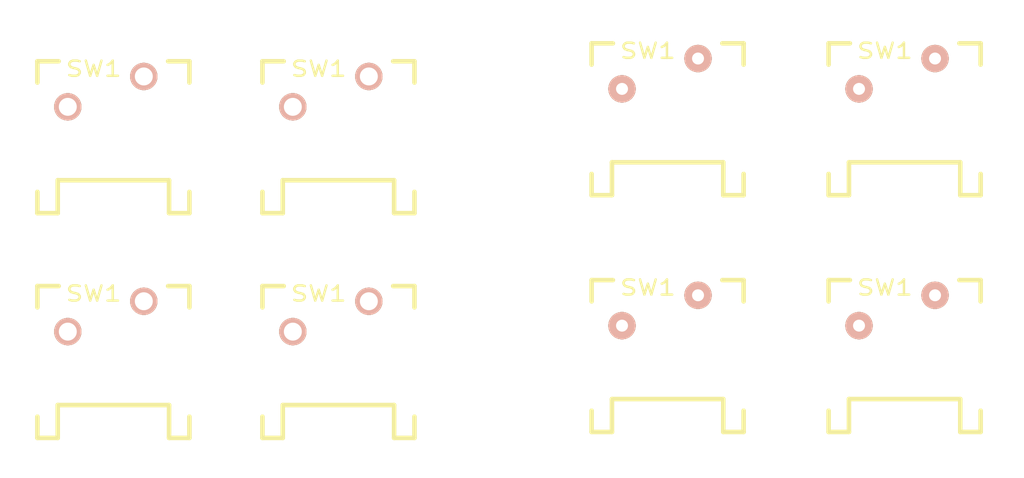
<source format=kicad_pcb>
(kicad_pcb (version 20171130) (host pcbnew "(5.0.0-rc2-dev-321-g78161b592)")
  (layers (0 F.Cu signal) (31 B.Cu signal) (34 B.Paste user hide) (35 F.Paste user hide) (36 B.SilkS user) (37 F.SilkS user) (38 B.Mask user) (39 F.Mask user) (44 Edge.Cuts user))
  (net 0 "")
  (module lib_fp:CHERRY_SMDLED_100H (layer F.Cu) (at 93.8 88.1)
    (fp_text reference SW1 (at -1.651 -5.715) (layer F.SilkS) (effects (font (size 1.27 1.524) (thickness 0.2032))))
    (fp_text value SW_Push hide)
    (fp_line (start 4.65 3.6) (end 4.65 6.35) (layer F.SilkS) (width 0.381))
    (fp_line (start -4.65 3.6) (end -4.65 6.35) (layer F.SilkS) (width 0.381))
    (fp_line (start -4.65 3.6) (end 4.65 3.6) (layer F.SilkS) (width 0.381))
    (fp_line (start -6.35 -6.35) (end -4.572 -6.35) (layer F.SilkS) (width 0.381))
    (fp_line (start 4.572 -6.35) (end 6.35 -6.35) (layer F.SilkS) (width 0.381))
    (fp_line (start 6.35 -6.35) (end 6.35 -4.572) (layer F.SilkS) (width 0.381))
    (fp_line (start 6.35 4.572) (end 6.35 6.35) (layer F.SilkS) (width 0.381))
    (fp_line (start 6.35 6.35) (end 4.65 6.35) (layer F.SilkS) (width 0.381))
    (fp_line (start -4.65 6.35) (end -6.35 6.35) (layer F.SilkS) (width 0.381))
    (fp_line (start -6.35 6.35) (end -6.35 4.572) (layer F.SilkS) (width 0.381))
    (fp_line (start -6.35 -4.572) (end -6.35 -6.35) (layer F.SilkS) (width 0.381))
    (pad 1 thru_hole circle (at 2.54 -5.08) (size 2.286 2.286) (drill 1.4986) (layers *.Cu *.SilkS *.Mask))
    (pad 2 thru_hole circle (at -3.81 -2.54) (size 2.286 2.286) (drill 1.4986) (layers *.Cu *.SilkS *.Mask))
    (pad HOLE np_thru_hole circle (at 0 0) (size 3.9878 3.9878) (drill 3.9878) (layers *.Cu))
    (pad HOLE np_thru_hole circle (at -5.08 0) (size 1.7018 1.7018) (drill 1.7018) (layers *.Cu))
    (pad HOLE np_thru_hole circle (at 5.08 0) (size 1.7018 1.7018) (drill 1.7018) (layers *.Cu))
  )
  (module lib_fp:CHERRY_SMDLED_100H (layer F.Cu) (at 112.6 88.1)
    (fp_text reference SW1 (at -1.651 -5.715) (layer F.SilkS) (effects (font (size 1.27 1.524) (thickness 0.2032))))
    (fp_text value SW_Push hide)
    (fp_line (start 4.65 3.6) (end 4.65 6.35) (layer F.SilkS) (width 0.381))
    (fp_line (start -4.65 3.6) (end -4.65 6.35) (layer F.SilkS) (width 0.381))
    (fp_line (start -4.65 3.6) (end 4.65 3.6) (layer F.SilkS) (width 0.381))
    (fp_line (start -6.35 -6.35) (end -4.572 -6.35) (layer F.SilkS) (width 0.381))
    (fp_line (start 4.572 -6.35) (end 6.35 -6.35) (layer F.SilkS) (width 0.381))
    (fp_line (start 6.35 -6.35) (end 6.35 -4.572) (layer F.SilkS) (width 0.381))
    (fp_line (start 6.35 4.572) (end 6.35 6.35) (layer F.SilkS) (width 0.381))
    (fp_line (start 6.35 6.35) (end 4.65 6.35) (layer F.SilkS) (width 0.381))
    (fp_line (start -4.65 6.35) (end -6.35 6.35) (layer F.SilkS) (width 0.381))
    (fp_line (start -6.35 6.35) (end -6.35 4.572) (layer F.SilkS) (width 0.381))
    (fp_line (start -6.35 -4.572) (end -6.35 -6.35) (layer F.SilkS) (width 0.381))
    (pad 1 thru_hole circle (at 2.54 -5.08) (size 2.286 2.286) (drill 1.4986) (layers *.Cu *.SilkS *.Mask))
    (pad 2 thru_hole circle (at -3.81 -2.54) (size 2.286 2.286) (drill 1.4986) (layers *.Cu *.SilkS *.Mask))
    (pad HOLE np_thru_hole circle (at 0 0) (size 3.9878 3.9878) (drill 3.9878) (layers *.Cu))
    (pad HOLE np_thru_hole circle (at -5.08 0) (size 1.7018 1.7018) (drill 1.7018) (layers *.Cu))
    (pad HOLE np_thru_hole circle (at 5.08 0) (size 1.7018 1.7018) (drill 1.7018) (layers *.Cu))
  )
  (module lib_fp:CHERRY_SMDLED_100H (layer F.Cu) (at 93.8 106.9)
    (fp_text reference SW1 (at -1.651 -5.715) (layer F.SilkS) (effects (font (size 1.27 1.524) (thickness 0.2032))))
    (fp_text value SW_Push hide)
    (fp_line (start 4.65 3.6) (end 4.65 6.35) (layer F.SilkS) (width 0.381))
    (fp_line (start -4.65 3.6) (end -4.65 6.35) (layer F.SilkS) (width 0.381))
    (fp_line (start -4.65 3.6) (end 4.65 3.6) (layer F.SilkS) (width 0.381))
    (fp_line (start -6.35 -6.35) (end -4.572 -6.35) (layer F.SilkS) (width 0.381))
    (fp_line (start 4.572 -6.35) (end 6.35 -6.35) (layer F.SilkS) (width 0.381))
    (fp_line (start 6.35 -6.35) (end 6.35 -4.572) (layer F.SilkS) (width 0.381))
    (fp_line (start 6.35 4.572) (end 6.35 6.35) (layer F.SilkS) (width 0.381))
    (fp_line (start 6.35 6.35) (end 4.65 6.35) (layer F.SilkS) (width 0.381))
    (fp_line (start -4.65 6.35) (end -6.35 6.35) (layer F.SilkS) (width 0.381))
    (fp_line (start -6.35 6.35) (end -6.35 4.572) (layer F.SilkS) (width 0.381))
    (fp_line (start -6.35 -4.572) (end -6.35 -6.35) (layer F.SilkS) (width 0.381))
    (pad 1 thru_hole circle (at 2.54 -5.08) (size 2.286 2.286) (drill 1.4986) (layers *.Cu *.SilkS *.Mask))
    (pad 2 thru_hole circle (at -3.81 -2.54) (size 2.286 2.286) (drill 1.4986) (layers *.Cu *.SilkS *.Mask))
    (pad HOLE np_thru_hole circle (at 0 0) (size 3.9878 3.9878) (drill 3.9878) (layers *.Cu))
    (pad HOLE np_thru_hole circle (at -5.08 0) (size 1.7018 1.7018) (drill 1.7018) (layers *.Cu))
    (pad HOLE np_thru_hole circle (at 5.08 0) (size 1.7018 1.7018) (drill 1.7018) (layers *.Cu))
  )
  (module lib_fp:CHERRY_SMDLED_100H (layer F.Cu) (at 112.6 106.9)
    (fp_text reference SW1 (at -1.651 -5.715) (layer F.SilkS) (effects (font (size 1.27 1.524) (thickness 0.2032))))
    (fp_text value SW_Push hide)
    (fp_line (start 4.65 3.6) (end 4.65 6.35) (layer F.SilkS) (width 0.381))
    (fp_line (start -4.65 3.6) (end -4.65 6.35) (layer F.SilkS) (width 0.381))
    (fp_line (start -4.65 3.6) (end 4.65 3.6) (layer F.SilkS) (width 0.381))
    (fp_line (start -6.35 -6.35) (end -4.572 -6.35) (layer F.SilkS) (width 0.381))
    (fp_line (start 4.572 -6.35) (end 6.35 -6.35) (layer F.SilkS) (width 0.381))
    (fp_line (start 6.35 -6.35) (end 6.35 -4.572) (layer F.SilkS) (width 0.381))
    (fp_line (start 6.35 4.572) (end 6.35 6.35) (layer F.SilkS) (width 0.381))
    (fp_line (start 6.35 6.35) (end 4.65 6.35) (layer F.SilkS) (width 0.381))
    (fp_line (start -4.65 6.35) (end -6.35 6.35) (layer F.SilkS) (width 0.381))
    (fp_line (start -6.35 6.35) (end -6.35 4.572) (layer F.SilkS) (width 0.381))
    (fp_line (start -6.35 -4.572) (end -6.35 -6.35) (layer F.SilkS) (width 0.381))
    (pad 1 thru_hole circle (at 2.54 -5.08) (size 2.286 2.286) (drill 1.4986) (layers *.Cu *.SilkS *.Mask))
    (pad 2 thru_hole circle (at -3.81 -2.54) (size 2.286 2.286) (drill 1.4986) (layers *.Cu *.SilkS *.Mask))
    (pad HOLE np_thru_hole circle (at 0 0) (size 3.9878 3.9878) (drill 3.9878) (layers *.Cu))
    (pad HOLE np_thru_hole circle (at -5.08 0) (size 1.7018 1.7018) (drill 1.7018) (layers *.Cu))
    (pad HOLE np_thru_hole circle (at 5.08 0) (size 1.7018 1.7018) (drill 1.7018) (layers *.Cu))
  )
  (module lib_fp:CHERRY_SMDLED_100H_TIGHT (layer F.Cu) (at 140.1 86.6)
    (fp_text reference SW1 (at -1.651 -5.715) (layer F.SilkS) (effects (font (size 1.27 1.524) (thickness 0.2032))))
    (fp_text value SW_Push hide)
    (fp_line (start 4.65 3.6) (end 4.65 6.35) (layer F.SilkS) (width 0.381))
    (fp_line (start -4.65 3.6) (end -4.65 6.35) (layer F.SilkS) (width 0.381))
    (fp_line (start -4.65 3.6) (end 4.65 3.6) (layer F.SilkS) (width 0.381))
    (fp_line (start -6.35 -6.35) (end -4.572 -6.35) (layer F.SilkS) (width 0.381))
    (fp_line (start 4.572 -6.35) (end 6.35 -6.35) (layer F.SilkS) (width 0.381))
    (fp_line (start 6.35 -6.35) (end 6.35 -4.572) (layer F.SilkS) (width 0.381))
    (fp_line (start 6.35 4.572) (end 6.35 6.35) (layer F.SilkS) (width 0.381))
    (fp_line (start 6.35 6.35) (end 4.65 6.35) (layer F.SilkS) (width 0.381))
    (fp_line (start -4.65 6.35) (end -6.35 6.35) (layer F.SilkS) (width 0.381))
    (fp_line (start -6.35 6.35) (end -6.35 4.572) (layer F.SilkS) (width 0.381))
    (fp_line (start -6.35 -4.572) (end -6.35 -6.35) (layer F.SilkS) (width 0.381))
    (pad 1 thru_hole circle (at 2.54 -5.08) (size 2.286 2.286) (drill 1) (layers *.Cu *.SilkS *.Mask))
    (pad 2 thru_hole circle (at -3.81 -2.54) (size 2.286 2.286) (drill 1) (layers *.Cu *.SilkS *.Mask))
    (pad HOLE np_thru_hole circle (at 0 0) (size 3.9878 3.9878) (drill 3.9878) (layers *.Cu))
  )
  (module lib_fp:CHERRY_SMDLED_100H_TIGHT (layer F.Cu) (at 159.9 86.6)
    (fp_text reference SW1 (at -1.651 -5.715) (layer F.SilkS) (effects (font (size 1.27 1.524) (thickness 0.2032))))
    (fp_text value SW_Push hide)
    (fp_line (start 4.65 3.6) (end 4.65 6.35) (layer F.SilkS) (width 0.381))
    (fp_line (start -4.65 3.6) (end -4.65 6.35) (layer F.SilkS) (width 0.381))
    (fp_line (start -4.65 3.6) (end 4.65 3.6) (layer F.SilkS) (width 0.381))
    (fp_line (start -6.35 -6.35) (end -4.572 -6.35) (layer F.SilkS) (width 0.381))
    (fp_line (start 4.572 -6.35) (end 6.35 -6.35) (layer F.SilkS) (width 0.381))
    (fp_line (start 6.35 -6.35) (end 6.35 -4.572) (layer F.SilkS) (width 0.381))
    (fp_line (start 6.35 4.572) (end 6.35 6.35) (layer F.SilkS) (width 0.381))
    (fp_line (start 6.35 6.35) (end 4.65 6.35) (layer F.SilkS) (width 0.381))
    (fp_line (start -4.65 6.35) (end -6.35 6.35) (layer F.SilkS) (width 0.381))
    (fp_line (start -6.35 6.35) (end -6.35 4.572) (layer F.SilkS) (width 0.381))
    (fp_line (start -6.35 -4.572) (end -6.35 -6.35) (layer F.SilkS) (width 0.381))
    (pad 1 thru_hole circle (at 2.54 -5.08) (size 2.286 2.286) (drill 1) (layers *.Cu *.SilkS *.Mask))
    (pad 2 thru_hole circle (at -3.81 -2.54) (size 2.286 2.286) (drill 1) (layers *.Cu *.SilkS *.Mask))
    (pad HOLE np_thru_hole circle (at 0 0) (size 3.9878 3.9878) (drill 3.9878) (layers *.Cu))
  )
  (module lib_fp:CHERRY_SMDLED_100H_TIGHT (layer F.Cu) (at 140.1 106.4)
    (fp_text reference SW1 (at -1.651 -5.715) (layer F.SilkS) (effects (font (size 1.27 1.524) (thickness 0.2032))))
    (fp_text value SW_Push hide)
    (fp_line (start 4.65 3.6) (end 4.65 6.35) (layer F.SilkS) (width 0.381))
    (fp_line (start -4.65 3.6) (end -4.65 6.35) (layer F.SilkS) (width 0.381))
    (fp_line (start -4.65 3.6) (end 4.65 3.6) (layer F.SilkS) (width 0.381))
    (fp_line (start -6.35 -6.35) (end -4.572 -6.35) (layer F.SilkS) (width 0.381))
    (fp_line (start 4.572 -6.35) (end 6.35 -6.35) (layer F.SilkS) (width 0.381))
    (fp_line (start 6.35 -6.35) (end 6.35 -4.572) (layer F.SilkS) (width 0.381))
    (fp_line (start 6.35 4.572) (end 6.35 6.35) (layer F.SilkS) (width 0.381))
    (fp_line (start 6.35 6.35) (end 4.65 6.35) (layer F.SilkS) (width 0.381))
    (fp_line (start -4.65 6.35) (end -6.35 6.35) (layer F.SilkS) (width 0.381))
    (fp_line (start -6.35 6.35) (end -6.35 4.572) (layer F.SilkS) (width 0.381))
    (fp_line (start -6.35 -4.572) (end -6.35 -6.35) (layer F.SilkS) (width 0.381))
    (pad 1 thru_hole circle (at 2.54 -5.08) (size 2.286 2.286) (drill 1) (layers *.Cu *.SilkS *.Mask))
    (pad 2 thru_hole circle (at -3.81 -2.54) (size 2.286 2.286) (drill 1) (layers *.Cu *.SilkS *.Mask))
    (pad HOLE np_thru_hole circle (at 0 0) (size 3.9878 3.9878) (drill 3.9878) (layers *.Cu))
  )
  (module lib_fp:CHERRY_SMDLED_100H_TIGHT (layer F.Cu) (at 159.9 106.4)
    (fp_text reference SW1 (at -1.651 -5.715) (layer F.SilkS) (effects (font (size 1.27 1.524) (thickness 0.2032))))
    (fp_text value SW_Push hide)
    (fp_line (start 4.65 3.6) (end 4.65 6.35) (layer F.SilkS) (width 0.381))
    (fp_line (start -4.65 3.6) (end -4.65 6.35) (layer F.SilkS) (width 0.381))
    (fp_line (start -4.65 3.6) (end 4.65 3.6) (layer F.SilkS) (width 0.381))
    (fp_line (start -6.35 -6.35) (end -4.572 -6.35) (layer F.SilkS) (width 0.381))
    (fp_line (start 4.572 -6.35) (end 6.35 -6.35) (layer F.SilkS) (width 0.381))
    (fp_line (start 6.35 -6.35) (end 6.35 -4.572) (layer F.SilkS) (width 0.381))
    (fp_line (start 6.35 4.572) (end 6.35 6.35) (layer F.SilkS) (width 0.381))
    (fp_line (start 6.35 6.35) (end 4.65 6.35) (layer F.SilkS) (width 0.381))
    (fp_line (start -4.65 6.35) (end -6.35 6.35) (layer F.SilkS) (width 0.381))
    (fp_line (start -6.35 6.35) (end -6.35 4.572) (layer F.SilkS) (width 0.381))
    (fp_line (start -6.35 -4.572) (end -6.35 -6.35) (layer F.SilkS) (width 0.381))
    (pad 1 thru_hole circle (at 2.54 -5.08) (size 2.286 2.286) (drill 1) (layers *.Cu *.SilkS *.Mask))
    (pad 2 thru_hole circle (at -3.81 -2.54) (size 2.286 2.286) (drill 1) (layers *.Cu *.SilkS *.Mask))
    (pad HOLE np_thru_hole circle (at 0 0) (size 3.9878 3.9878) (drill 3.9878) (layers *.Cu))
  )
)
</source>
